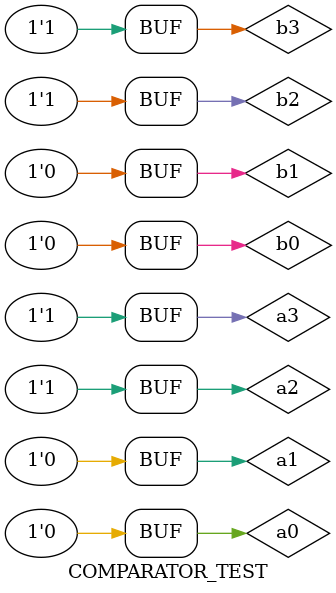
<source format=v>
`timescale 1ns / 1ps


module COMPARATOR_TEST;

	// Inputs
	reg a0;
	reg a1;
	reg a2;
	reg a3;
	reg b0;
	reg b1;
	reg b2;
	reg b3;

	// Outputs
	wire e;
	wire g;
	wire s;

	// Instantiate the Unit Under Test (UUT)
	COMPARATOR uut (
		.a0(a0), 
		.a1(a1), 
		.a2(a2), 
		.a3(a3), 
		.b0(b0), 
		.b1(b1), 
		.b2(b2), 
		.b3(b3), 
		.e(e), 
		.g(g), 
		.s(s)
	);

	initial begin
		// Initialize Inputs
		a0 = 0;
		a1 = 0;
		a2 = 0;
		a3 = 0;
		b0 = 0;
		b1 = 0;
		b2 = 0;
		b3 = 0;

		// Wait 100 ns for global reset to finish
		#100;
        a0 = 0;
		a1 = 0;
		a2 = 0;
		a3 = 1;
		b0 = 1;
		b1 = 0;
		b2 = 1;
		b3 = 0;

		// Wait 100 ns for global reset to finish
		#100;
		a0 = 1;
		a1 = 0;
		a2 = 1;
		a3 = 0;
		b0 = 0;
		b1 = 1;
		b2 = 0;
		b3 = 1;

		// Wait 100 ns for global reset to finish
		#100;
		a0 = 0;
		a1 = 0;
		a2 = 1;
		a3 = 1;
		b0 = 0;
		b1 = 0;
		b2 = 1;
		b3 = 1;

		// Wait 100 ns for global reset to finish
		#100;
		// Add stimulus here

	end
      
endmodule


</source>
